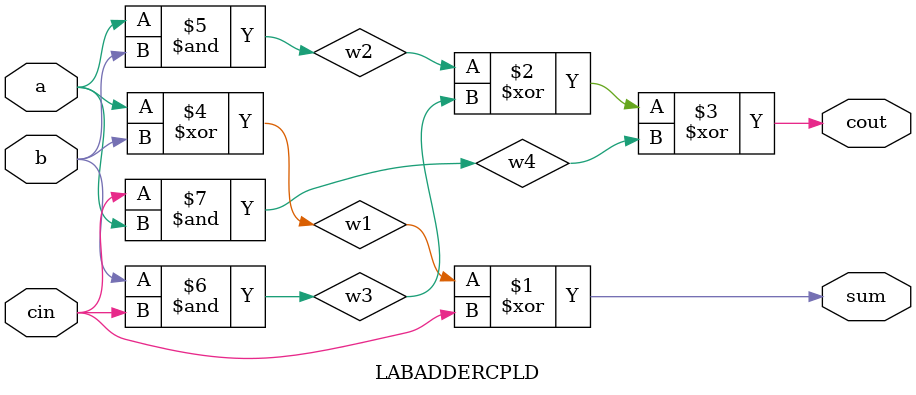
<source format=v>
/*
Name: Houston & Segal
Date: Today
Name: Lab 5 Adder
*/

module LABADDERCPLD(a, b, cin, sum, cout);
input a, b, cin;
output sum, cout;

wire w1, w2, w3, w4;

assign sum = w1 ^ cin;
assign cout = w2 ^ w3 ^ w4;
assign w1 = a ^ b;
assign w2 = a & b;
assign w3 = b & cin;
assign w4 = cin & a;

endmodule

</source>
